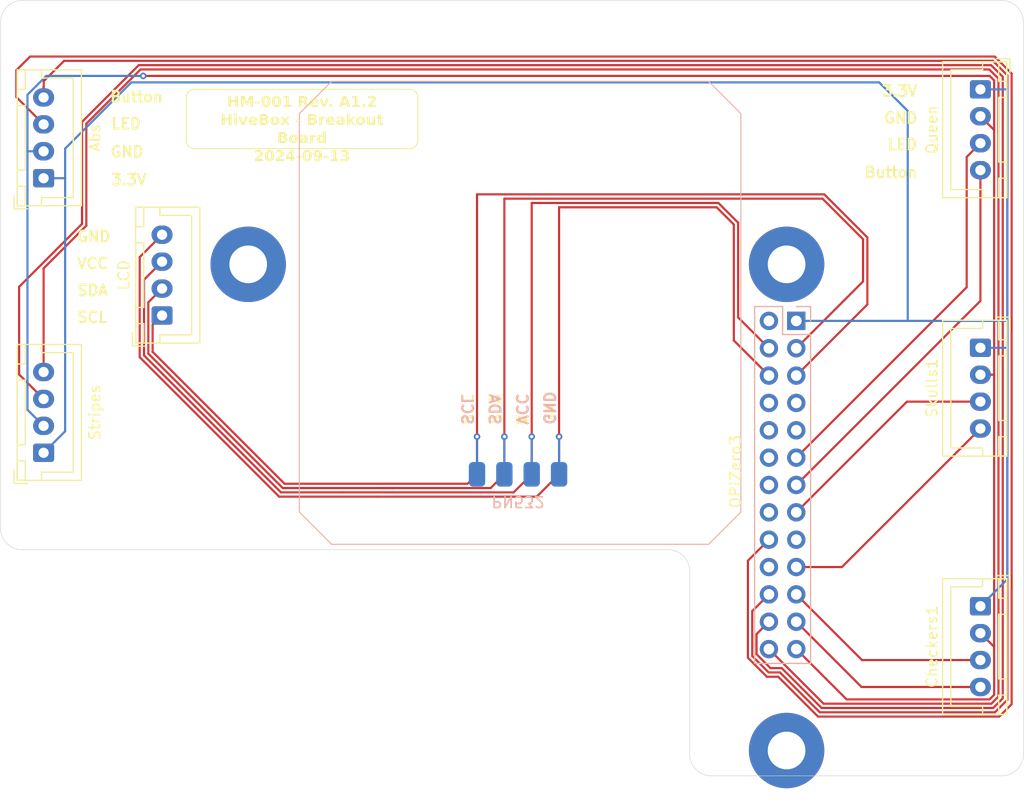
<source format=kicad_pcb>
(kicad_pcb (version 20240108) (generator "pcbnew") (generator_version "8.0")
  (layers (0 "F.Cu" signal) (31 "B.Cu" signal) (34 "B.Paste" user) (35 "F.Paste" user) (36 "B.SilkS" user "B.Silkscreen") (37 "F.SilkS" user "F.Silkscreen") (38 "B.Mask" user) (39 "F.Mask" user) (44 "Edge.Cuts" user))
  (net 0 "")
  (net 1 "Net-(Abs1-Pin_2)")
  (net 2 "Net-(Abs1-Pin_1)")
  (net 3 "Net-(Abs1-Pin_3)")
  (net 4 "Net-(Abs1-Pin_4)")
  (net 5 "Net-(Checkers1-Pin_4)")
  (net 6 "Net-(Checkers1-Pin_3)")
  (net 7 "Net-(LCD1-SDA)")
  (net 8 "Net-(LCD1-SCK)")
  (net 9 "Net-(LCD1-VCC)")
  (net 10 "Net-(LCD1-GND)")
  (net 12 "Net-(OPiZero3-Pin_24)")
  (net 16 "Net-(OPiZero3-PC6)")
  (net 17 "Net-(OPiZero3-Pin_19)")
  (net 20 "Net-(OPiZero3-Pin_26)")
  (net 21 "Net-(OPiZero3-PC8)")
  (net 23 "Net-(OPiZero3-PC5)")
  (footprint "Connector_JST:JST_XH_B4B-XH-A_1x04_P2.50mm_Vertical" (layer "F.Cu") (at 246.5 47.75 -90)
    (property "Reference" "Queen" (at 3.75 4.5 270) (layer "F.SilkS"))
    (property "Value" "Conn_01x04_Pin")
    (fp_line (start -2.56 3.51) (end 10.06 3.51) (stroke (width 0.12)) (layer "F.SilkS"))
    (fp_line (start 10.06 3.51) (end 10.06 -2.46) (stroke (width 0.12)) (layer "F.SilkS"))
    (fp_line (start -1.8 2.75) (end 3.75 2.75) (stroke (width 0.12)) (layer "F.SilkS"))
    (fp_line (start 9.3 2.75) (end 3.75 2.75) (stroke (width 0.12)) (layer "F.SilkS"))
    (fp_line (start -2.55 -0.2) (end -1.8 -0.2) (stroke (width 0.12)) (layer "F.SilkS"))
    (fp_line (start -1.8 -0.2) (end -1.8 2.75) (stroke (width 0.12)) (layer "F.SilkS"))
    (fp_line (start 9.3 -0.2) (end 9.3 2.75) (stroke (width 0.12)) (layer "F.SilkS"))
    (fp_line (start 10.05 -0.2) (end 9.3 -0.2) (stroke (width 0.12)) (layer "F.SilkS"))
    (fp_line (start -2.55 -1.7) (end -0.75 -1.7) (stroke (width 0.12)) (layer "F.SilkS"))
    (fp_line (start -0.75 -1.7) (end -0.75 -2.45) (stroke (width 0.12)) (layer "F.SilkS"))
    (fp_line (start 0.75 -1.7) (end 6.75 -1.7) (stroke (width 0.12)) (layer "F.SilkS"))
    (fp_line (start 6.75 -1.7) (end 6.75 -2.45) (stroke (width 0.12)) (layer "F.SilkS"))
    (fp_line (start 8.25 -1.7) (end 10.05 -1.7) (stroke (width 0.12)) (layer "F.SilkS"))
    (fp_line (start 10.05 -1.7) (end 10.05 -2.45) (stroke (width 0.12)) (layer "F.SilkS"))
    (fp_line (start -2.55 -2.45) (end -2.55 -1.7) (stroke (width 0.12)) (layer "F.SilkS"))
    (fp_line (start -0.75 -2.45) (end -2.55 -2.45) (stroke (width 0.12)) (layer "F.SilkS"))
    (fp_line (start 0.75 -2.45) (end 0.75 -1.7) (stroke (width 0.12)) (layer "F.SilkS"))
    (fp_line (start 6.75 -2.45) (end 0.75 -2.45) (stroke (width 0.12)) (layer "F.SilkS"))
    (fp_line (start 8.25 -2.45) (end 8.25 -1.7) (stroke (width 0.12)) (layer "F.SilkS"))
    (fp_line (start 10.05 -2.45) (end 8.25 -2.45) (stroke (width 0.12)) (layer "F.SilkS"))
    (fp_line (start -2.56 -2.46) (end -2.56 3.51) (stroke (width 0.12)) (layer "F.SilkS"))
    (fp_line (start 10.06 -2.46) (end -2.56 -2.46) (stroke (width 0.12)) (layer "F.SilkS"))
    (fp_line (start -2.85 -2.75) (end -2.85 -1.5) (stroke (width 0.12)) (layer "F.SilkS"))
    (fp_line (start -1.6 -2.75) (end -2.85 -2.75) (stroke (width 0.12)) (layer "F.SilkS"))
    (pad "1" thru_hole roundrect (at 0 0 270) (size 1.7 1.95) (drill 0.95) (layers "*.Cu" "*.Mask") (roundrect_rratio 0.147059) (net 2 "Net-(Abs1-Pin_1)"))
    (pad "2" thru_hole oval (at 2.5 0 270) (size 1.7 1.95) (drill 0.95) (layers "*.Cu" "*.Mask") (net 1 "Net-(Abs1-Pin_2)"))
    (pad "3" thru_hole oval (at 5 0 270) (size 1.7 1.95) (drill 0.95) (layers "*.Cu" "*.Mask") (net 16 "Net-(OPiZero3-PC6)"))
    (pad "4" thru_hole oval (at 7.5 0 270) (size 1.7 1.95) (drill 0.95) (layers "*.Cu" "*.Mask") (net 23 "Net-(OPiZero3-PC5)"))
  )
  (footprint "Connector_JST:JST_XH_B4B-XH-A_1x04_P2.50mm_Vertical" (layer "F.Cu") (at 246.5 95.75 -90)
    (property "Reference" "Checkers1" (at 3.75 4.5 90) (layer "F.SilkS"))
    (property "Value" "Conn_01x04_Pin")
    (fp_line (start -2.56 3.51) (end 10.06 3.51) (stroke (width 0.12)) (layer "F.SilkS"))
    (fp_line (start 10.06 3.51) (end 10.06 -2.46) (stroke (width 0.12)) (layer "F.SilkS"))
    (fp_line (start -1.8 2.75) (end 3.75 2.75) (stroke (width 0.12)) (layer "F.SilkS"))
    (fp_line (start 9.3 2.75) (end 3.75 2.75) (stroke (width 0.12)) (layer "F.SilkS"))
    (fp_line (start -2.55 -0.2) (end -1.8 -0.2) (stroke (width 0.12)) (layer "F.SilkS"))
    (fp_line (start -1.8 -0.2) (end -1.8 2.75) (stroke (width 0.12)) (layer "F.SilkS"))
    (fp_line (start 9.3 -0.2) (end 9.3 2.75) (stroke (width 0.12)) (layer "F.SilkS"))
    (fp_line (start 10.05 -0.2) (end 9.3 -0.2) (stroke (width 0.12)) (layer "F.SilkS"))
    (fp_line (start -2.55 -1.7) (end -0.75 -1.7) (stroke (width 0.12)) (layer "F.SilkS"))
    (fp_line (start -0.75 -1.7) (end -0.75 -2.45) (stroke (width 0.12)) (layer "F.SilkS"))
    (fp_line (start 0.75 -1.7) (end 6.75 -1.7) (stroke (width 0.12)) (layer "F.SilkS"))
    (fp_line (start 6.75 -1.7) (end 6.75 -2.45) (stroke (width 0.12)) (layer "F.SilkS"))
    (fp_line (start 8.25 -1.7) (end 10.05 -1.7) (stroke (width 0.12)) (layer "F.SilkS"))
    (fp_line (start 10.05 -1.7) (end 10.05 -2.45) (stroke (width 0.12)) (layer "F.SilkS"))
    (fp_line (start -2.55 -2.45) (end -2.55 -1.7) (stroke (width 0.12)) (layer "F.SilkS"))
    (fp_line (start -0.75 -2.45) (end -2.55 -2.45) (stroke (width 0.12)) (layer "F.SilkS"))
    (fp_line (start 0.75 -2.45) (end 0.75 -1.7) (stroke (width 0.12)) (layer "F.SilkS"))
    (fp_line (start 6.75 -2.45) (end 0.75 -2.45) (stroke (width 0.12)) (layer "F.SilkS"))
    (fp_line (start 8.25 -2.45) (end 8.25 -1.7) (stroke (width 0.12)) (layer "F.SilkS"))
    (fp_line (start 10.05 -2.45) (end 8.25 -2.45) (stroke (width 0.12)) (layer "F.SilkS"))
    (fp_line (start -2.56 -2.46) (end -2.56 3.51) (stroke (width 0.12)) (layer "F.SilkS"))
    (fp_line (start 10.06 -2.46) (end -2.56 -2.46) (stroke (width 0.12)) (layer "F.SilkS"))
    (fp_line (start -2.85 -2.75) (end -2.85 -1.5) (stroke (width 0.12)) (layer "F.SilkS"))
    (fp_line (start -1.6 -2.75) (end -2.85 -2.75) (stroke (width 0.12)) (layer "F.SilkS"))
    (pad "1" thru_hole roundrect (at 0 0 270) (size 1.7 1.95) (drill 0.95) (layers "*.Cu" "*.Mask") (roundrect_rratio 0.147059) (net 2 "Net-(Abs1-Pin_1)"))
    (pad "2" thru_hole oval (at 2.5 0 270) (size 1.7 1.95) (drill 0.95) (layers "*.Cu" "*.Mask") (net 1 "Net-(Abs1-Pin_2)"))
    (pad "3" thru_hole oval (at 5 0 270) (size 1.7 1.95) (drill 0.95) (layers "*.Cu" "*.Mask"))
    (pad "4" thru_hole oval (at 7.5 0 270) (size 1.7 1.95) (drill 0.95) (layers "*.Cu" "*.Mask"))
  )
  (footprint "MountingHole:MountingHole_3.5mm_Pad" (layer "F.Cu") (at 228.5 64)
    (property "Reference" "REF**" (hide yes))
    (property "Value" "MountingHole_3.5mm_Pad")
    (pad "1" thru_hole circle (at 0 0) (size 7 7) (drill 3.5) (layers "*.Cu" "*.Mask"))
  )
  (footprint "Connector_JST:JST_XH_B4B-XH-A_1x04_P2.50mm_Vertical" (layer "F.Cu") (at 159.5 56 90)
    (property "Reference" "Abs" (at 3.75 4.75 270) (layer "F.SilkS"))
    (property "Value" "Conn_01x04_Pin")
    (fp_line (start -1.6 -2.75) (end -2.85 -2.75) (stroke (width 0.12)) (layer "F.SilkS"))
    (fp_line (start -2.85 -2.75) (end -2.85 -1.5) (stroke (width 0.12)) (layer "F.SilkS"))
    (fp_line (start 10.06 -2.46) (end -2.56 -2.46) (stroke (width 0.12)) (layer "F.SilkS"))
    (fp_line (start -2.56 -2.46) (end -2.56 3.51) (stroke (width 0.12)) (layer "F.SilkS"))
    (fp_line (start 10.05 -2.45) (end 8.25 -2.45) (stroke (width 0.12)) (layer "F.SilkS"))
    (fp_line (start 8.25 -2.45) (end 8.25 -1.7) (stroke (width 0.12)) (layer "F.SilkS"))
    (fp_line (start 6.75 -2.45) (end 0.75 -2.45) (stroke (width 0.12)) (layer "F.SilkS"))
    (fp_line (start 0.75 -2.45) (end 0.75 -1.7) (stroke (width 0.12)) (layer "F.SilkS"))
    (fp_line (start -0.75 -2.45) (end -2.55 -2.45) (stroke (width 0.12)) (layer "F.SilkS"))
    (fp_line (start -2.55 -2.45) (end -2.55 -1.7) (stroke (width 0.12)) (layer "F.SilkS"))
    (fp_line (start 10.05 -1.7) (end 10.05 -2.45) (stroke (width 0.12)) (layer "F.SilkS"))
    (fp_line (start 8.25 -1.7) (end 10.05 -1.7) (stroke (width 0.12)) (layer "F.SilkS"))
    (fp_line (start 6.75 -1.7) (end 6.75 -2.45) (stroke (width 0.12)) (layer "F.SilkS"))
    (fp_line (start 0.75 -1.7) (end 6.75 -1.7) (stroke (width 0.12)) (layer "F.SilkS"))
    (fp_line (start -0.75 -1.7) (end -0.75 -2.45) (stroke (width 0.12)) (layer "F.SilkS"))
    (fp_line (start -2.55 -1.7) (end -0.75 -1.7) (stroke (width 0.12)) (layer "F.SilkS"))
    (fp_line (start 10.05 -0.2) (end 9.3 -0.2) (stroke (width 0.12)) (layer "F.SilkS"))
    (fp_line (start 9.3 -0.2) (end 9.3 2.75) (stroke (width 0.12)) (layer "F.SilkS"))
    (fp_line (start -1.8 -0.2) (end -1.8 2.75) (stroke (width 0.12)) (layer "F.SilkS"))
    (fp_line (start -2.55 -0.2) (end -1.8 -0.2) (stroke (width 0.12)) (layer "F.SilkS"))
    (fp_line (start 9.3 2.75) (end 3.75 2.75) (stroke (width 0.12)) (layer "F.SilkS"))
    (fp_line (start -1.8 2.75) (end 3.75 2.75) (stroke (width 0.12)) (layer "F.SilkS"))
    (fp_line (start 10.06 3.51) (end 10.06 -2.46) (stroke (width 0.12)) (layer "F.SilkS"))
    (fp_line (start -2.56 3.51) (end 10.06 3.51) (stroke (width 0.12)) (layer "F.SilkS"))
    (pad "1" thru_hole roundrect (at 0 0 90) (size 1.7 1.95) (drill 0.95) (layers "*.Cu" "*.Mask") (roundrect_rratio 0.147059))
    (pad "2" thru_hole oval (at 2.5 0 90) (size 1.7 1.95) (drill 0.95) (layers "*.Cu" "*.Mask"))
    (pad "3" thru_hole oval (at 5 0 90) (size 1.7 1.95) (drill 0.95) (layers "*.Cu" "*.Mask"))
    (pad "4" thru_hole oval (at 7.5 0 90) (size 1.7 1.95) (drill 0.95) (layers "*.Cu" "*.Mask"))
  )
  (footprint "Connector_JST:JST_XH_B4B-XH-A_1x04_P2.50mm_Vertical" (layer "F.Cu") (at 246.5 71.75 -90)
    (property "Reference" "Skulls1" (at 3.75 4.5 -90) (layer "F.SilkS"))
    (property "Value" "Conn_01x04_Pin")
    (fp_line (start -2.56 3.51) (end 10.06 3.51) (stroke (width 0.12)) (layer "F.SilkS"))
    (fp_line (start 10.06 3.51) (end 10.06 -2.46) (stroke (width 0.12)) (layer "F.SilkS"))
    (fp_line (start -1.8 2.75) (end 3.75 2.75) (stroke (width 0.12)) (layer "F.SilkS"))
    (fp_line (start 9.3 2.75) (end 3.75 2.75) (stroke (width 0.12)) (layer "F.SilkS"))
    (fp_line (start -2.55 -0.2) (end -1.8 -0.2) (stroke (width 0.12)) (layer "F.SilkS"))
    (fp_line (start -1.8 -0.2) (end -1.8 2.75) (stroke (width 0.12)) (layer "F.SilkS"))
    (fp_line (start 9.3 -0.2) (end 9.3 2.75) (stroke (width 0.12)) (layer "F.SilkS"))
    (fp_line (start 10.05 -0.2) (end 9.3 -0.2) (stroke (width 0.12)) (layer "F.SilkS"))
    (fp_line (start -2.55 -1.7) (end -0.75 -1.7) (stroke (width 0.12)) (layer "F.SilkS"))
    (fp_line (start -0.75 -1.7) (end -0.75 -2.45) (stroke (width 0.12)) (layer "F.SilkS"))
    (fp_line (start 0.75 -1.7) (end 6.75 -1.7) (stroke (width 0.12)) (layer "F.SilkS"))
    (fp_line (start 6.75 -1.7) (end 6.75 -2.45) (stroke (width 0.12)) (layer "F.SilkS"))
    (fp_line (start 8.25 -1.7) (end 10.05 -1.7) (stroke (width 0.12)) (layer "F.SilkS"))
    (fp_line (start 10.05 -1.7) (end 10.05 -2.45) (stroke (width 0.12)) (layer "F.SilkS"))
    (fp_line (start -2.55 -2.45) (end -2.55 -1.7) (stroke (width 0.12)) (layer "F.SilkS"))
    (fp_line (start -0.75 -2.45) (end -2.55 -2.45) (stroke (width 0.12)) (layer "F.SilkS"))
    (fp_line (start 0.75 -2.45) (end 0.75 -1.7) (stroke (width 0.12)) (layer "F.SilkS"))
    (fp_line (start 6.75 -2.45) (end 0.75 -2.45) (stroke (width 0.12)) (layer "F.SilkS"))
    (fp_line (start 8.25 -2.45) (end 8.25 -1.7) (stroke (width 0.12)) (layer "F.SilkS"))
    (fp_line (start 10.05 -2.45) (end 8.25 -2.45) (stroke (width 0.12)) (layer "F.SilkS"))
    (fp_line (start -2.56 -2.46) (end -2.56 3.51) (stroke (width 0.12)) (layer "F.SilkS"))
    (fp_line (start 10.06 -2.46) (end -2.56 -2.46) (stroke (width 0.12)) (layer "F.SilkS"))
    (fp_line (start -2.85 -2.75) (end -2.85 -1.5) (stroke (width 0.12)) (layer "F.SilkS"))
    (fp_line (start -1.6 -2.75) (end -2.85 -2.75) (stroke (width 0.12)) (layer "F.SilkS"))
    (pad "1" thru_hole roundrect (at 0 0 270) (size 1.7 1.95) (drill 0.95) (layers "*.Cu" "*.Mask") (roundrect_rratio 0.147059) (net 2 "Net-(Abs1-Pin_1)"))
    (pad "2" thru_hole oval (at 2.5 0 270) (size 1.7 1.95) (drill 0.95) (layers "*.Cu" "*.Mask") (net 1 "Net-(Abs1-Pin_2)"))
    (pad "3" thru_hole oval (at 5 0 270) (size 1.7 1.95) (drill 0.95) (layers "*.Cu" "*.Mask") (net 21 "Net-(OPiZero3-PC8)"))
    (pad "4" thru_hole oval (at 7.5 0 270) (size 1.7 1.95) (drill 0.95) (layers "*.Cu" "*.Mask") (net 17 "Net-(OPiZero3-Pin_19)"))
  )
  (footprint "MountingHole:MountingHole_3.5mm_Pad" (layer "F.Cu") (at 228.5 109.15)
    (property "Reference" "REF**" (hide yes))
    (property "Value" "MountingHole_3.5mm_Pad")
    (pad "1" thru_hole circle (at 0 0) (size 7 7) (drill 3.5) (layers "*.Cu" "*.Mask"))
  )
  (footprint "Connector_JST:JST_XH_B4B-XH-A_1x04_P2.50mm_Vertical" (layer "F.Cu") (at 170.5 68.75 90)
    (property "Reference" "LCD" (at 3.75 -3.55 90) (layer "F.SilkS"))
    (property "Value" "Conn_01x04_Pin")
    (fp_line (start -1.6 -2.75) (end -2.85 -2.75) (stroke (width 0.12)) (layer "F.SilkS"))
    (fp_line (start -2.85 -2.75) (end -2.85 -1.5) (stroke (width 0.12)) (layer "F.SilkS"))
    (fp_line (start 10.06 -2.46) (end -2.56 -2.46) (stroke (width 0.12)) (layer "F.SilkS"))
    (fp_line (start -2.56 -2.46) (end -2.56 3.51) (stroke (width 0.12)) (layer "F.SilkS"))
    (fp_line (start 10.05 -2.45) (end 8.25 -2.45) (stroke (width 0.12)) (layer "F.SilkS"))
    (fp_line (start 8.25 -2.45) (end 8.25 -1.7) (stroke (width 0.12)) (layer "F.SilkS"))
    (fp_line (start 6.75 -2.45) (end 0.75 -2.45) (stroke (width 0.12)) (layer "F.SilkS"))
    (fp_line (start 0.75 -2.45) (end 0.75 -1.7) (stroke (width 0.12)) (layer "F.SilkS"))
    (fp_line (start -0.75 -2.45) (end -2.55 -2.45) (stroke (width 0.12)) (layer "F.SilkS"))
    (fp_line (start -2.55 -2.45) (end -2.55 -1.7) (stroke (width 0.12)) (layer "F.SilkS"))
    (fp_line (start 10.05 -1.7) (end 10.05 -2.45) (stroke (width 0.12)) (layer "F.SilkS"))
    (fp_line (start 8.25 -1.7) (end 10.05 -1.7) (stroke (width 0.12)) (layer "F.SilkS"))
    (fp_line (start 6.75 -1.7) (end 6.75 -2.45) (stroke (width 0.12)) (layer "F.SilkS"))
    (fp_line (start 0.75 -1.7) (end 6.75 -1.7) (stroke (width 0.12)) (layer "F.SilkS"))
    (fp_line (start -0.75 -1.7) (end -0.75 -2.45) (stroke (width 0.12)) (layer "F.SilkS"))
    (fp_line (start -2.55 -1.7) (end -0.75 -1.7) (stroke (width 0.12)) (layer "F.SilkS"))
    (fp_line (start 10.05 -0.2) (end 9.3 -0.2) (stroke (width 0.12)) (layer "F.SilkS"))
    (fp_line (start 9.3 -0.2) (end 9.3 2.75) (stroke (width 0.12)) (layer "F.SilkS"))
    (fp_line (start -1.8 -0.2) (end -1.8 2.75) (stroke (width 0.12)) (layer "F.SilkS"))
    (fp_line (start -2.55 -0.2) (end -1.8 -0.2) (stroke (width 0.12)) (layer "F.SilkS"))
    (fp_line (start 9.3 2.75) (end 3.75 2.75) (stroke (width 0.12)) (layer "F.SilkS"))
    (fp_line (start -1.8 2.75) (end 3.75 2.75) (stroke (width 0.12)) (layer "F.SilkS"))
    (fp_line (start 10.06 3.51) (end 10.06 -2.46) (stroke (width 0.12)) (layer "F.SilkS"))
    (fp_line (start -2.56 3.51) (end 10.06 3.51) (stroke (width 0.12)) (layer "F.SilkS"))
    (pad "1" thru_hole roundrect (at 0 0 90) (size 1.7 1.95) (drill 0.95) (layers "*.Cu" "*.Mask") (roundrect_rratio 0.147059) (net 8 "Net-(LCD1-SCK)"))
    (pad "2" thru_hole oval (at 2.5 0 90) (size 1.7 1.95) (drill 0.95) (layers "*.Cu" "*.Mask") (net 7 "Net-(LCD1-SDA)"))
    (pad "3" thru_hole oval (at 5 0 90) (size 1.7 1.95) (drill 0.95) (layers "*.Cu" "*.Mask") (net 9 "Net-(LCD1-VCC)"))
    (pad "4" thru_hole oval (at 7.5 0 90) (size 1.7 1.95) (drill 0.95) (layers "*.Cu" "*.Mask") (net 10 "Net-(LCD1-GND)"))
  )
  (footprint "MountingHole:MountingHole_3.5mm_Pad" (layer "F.Cu") (at 178.5 64)
    (property "Reference" "REF**" (hide yes))
    (property "Value" "MountingHole_3.5mm_Pad")
    (pad "1" thru_hole circle (at 0 0) (size 7 7) (drill 3.5) (layers "*.Cu" "*.Mask"))
  )
  (footprint "Connector_JST:JST_XH_B4B-XH-A_1x04_P2.50mm_Vertical" (layer "F.Cu") (at 159.5 81.5 90)
    (property "Reference" "Stripes" (at 3.75 4.75 270) (layer "F.SilkS"))
    (property "Value" "Conn_01x04_Pin")
    (fp_line (start -1.6 -2.75) (end -2.85 -2.75) (stroke (width 0.12)) (layer "F.SilkS"))
    (fp_line (start -2.85 -2.75) (end -2.85 -1.5) (stroke (width 0.12)) (layer "F.SilkS"))
    (fp_line (start 10.06 -2.46) (end -2.56 -2.46) (stroke (width 0.12)) (layer "F.SilkS"))
    (fp_line (start -2.56 -2.46) (end -2.56 3.51) (stroke (width 0.12)) (layer "F.SilkS"))
    (fp_line (start 10.05 -2.45) (end 8.25 -2.45) (stroke (width 0.12)) (layer "F.SilkS"))
    (fp_line (start 8.25 -2.45) (end 8.25 -1.7) (stroke (width 0.12)) (layer "F.SilkS"))
    (fp_line (start 6.75 -2.45) (end 0.75 -2.45) (stroke (width 0.12)) (layer "F.SilkS"))
    (fp_line (start 0.75 -2.45) (end 0.75 -1.7) (stroke (width 0.12)) (layer "F.SilkS"))
    (fp_line (start -0.75 -2.45) (end -2.55 -2.45) (stroke (width 0.12)) (layer "F.SilkS"))
    (fp_line (start -2.55 -2.45) (end -2.55 -1.7) (stroke (width 0.12)) (layer "F.SilkS"))
    (fp_line (start 10.05 -1.7) (end 10.05 -2.45) (stroke (width 0.12)) (layer "F.SilkS"))
    (fp_line (start 8.25 -1.7) (end 10.05 -1.7) (stroke (width 0.12)) (layer "F.SilkS"))
    (fp_line (start 6.75 -1.7) (end 6.75 -2.45) (stroke (width 0.12)) (layer "F.SilkS"))
    (fp_line (start 0.75 -1.7) (end 6.75 -1.7) (stroke (width 0.12)) (layer "F.SilkS"))
    (fp_line (start -0.75 -1.7) (end -0.75 -2.45) (stroke (width 0.12)) (layer "F.SilkS"))
    (fp_line (start -2.55 -1.7) (end -0.75 -1.7) (stroke (width 0.12)) (layer "F.SilkS"))
    (fp_line (start 10.05 -0.2) (end 9.3 -0.2) (stroke (width 0.12)) (layer "F.SilkS"))
    (fp_line (start 9.3 -0.2) (end 9.3 2.75) (stroke (width 0.12)) (layer "F.SilkS"))
    (fp_line (start -1.8 -0.2) (end -1.8 2.75) (stroke (width 0.12)) (layer "F.SilkS"))
    (fp_line (start -2.55 -0.2) (end -1.8 -0.2) (stroke (width 0.12)) (layer "F.SilkS"))
    (fp_line (start 9.3 2.75) (end 3.75 2.75) (stroke (width 0.12)) (layer "F.SilkS"))
    (fp_line (start -1.8 2.75) (end 3.75 2.75) (stroke (width 0.12)) (layer "F.SilkS"))
    (fp_line (start 10.06 3.51) (end 10.06 -2.46) (stroke (width 0.12)) (layer "F.SilkS"))
    (fp_line (start -2.56 3.51) (end 10.06 3.51) (stroke (width 0.12)) (layer "F.SilkS"))
    (pad "1" thru_hole roundrect (at 0 0 90) (size 1.7 1.95) (drill 0.95) (layers "*.Cu" "*.Mask") (roundrect_rratio 0.147059) (net 2 "Net-(Abs1-Pin_1)"))
    (pad "2" thru_hole oval (at 2.5 0 90) (size 1.7 1.95) (drill 0.95) (layers "*.Cu" "*.Mask") (net 1 "Net-(Abs1-Pin_2)"))
    (pad "3" thru_hole oval (at 5 0 90) (size 1.7 1.95) (drill 0.95) (layers "*.Cu" "*.Mask") (net 12 "Net-(OPiZero3-Pin_24)"))
    (pad "4" thru_hole oval (at 7.5 0 90) (size 1.7 1.95) (drill 0.95) (layers "*.Cu" "*.Mask") (net 20 "Net-(OPiZero3-Pin_26)"))
  )
  (footprint "Library:Solder Pads 01x04 2.54mm" (layer "B.Cu") (at 199.75 83.5)
    (property "Reference" "PN532" (at 3.81 2.54 180) (layer "B.SilkS") (effects (justify mirror)))
    (property "Value" "Conn_01x04_Pin")
    (pad "1" smd roundrect (at 0 0 90) (size 2.286 1.524) (layers "B.Cu" "B.Paste" "B.Mask") (net 8 "Net-(LCD1-SCK)"))
    (pad "2" smd roundrect (at 2.54 0 90) (size 2.286 1.524) (layers "B.Cu" "B.Paste" "B.Mask") (net 7 "Net-(LCD1-SDA)"))
    (pad "3" smd roundrect (at 5.08 0 90) (size 2.286 1.524) (layers "B.Cu" "B.Paste" "B.Mask") (net 9 "Net-(LCD1-VCC)"))
    (pad "4" smd roundrect (at 7.62 0 90) (size 2.286 1.524) (layers "B.Cu" "B.Paste" "B.Mask") (net 10 "Net-(LCD1-GND)"))
  )
  (footprint "Connector_PinHeader_2.54mm:PinHeader_2x13_P2.54mm_Vertical" (layer "B.Cu") (at 229.4 69.25 180)
    (property "Reference" "OPiZero3" (at 5.65 -14 90) (layer "F.SilkS"))
    (property "Value" "Conn_02x13_Odd_Even")
    (fp_line (start 3.87 1.33) (end 1.27 1.33) (stroke (width 0.12)) (layer "B.SilkS"))
    (fp_line (start 3.87 -31.81) (end 3.87 1.33) (stroke (width 0.12)) (layer "B.SilkS"))
    (fp_line (start 3.87 -31.81) (end -1.33 -31.81) (stroke (width 0.12)) (layer "B.SilkS"))
    (fp_line (start 1.27 1.33) (end 1.27 -1.27) (stroke (width 0.12)) (layer "B.SilkS"))
    (fp_line (start 1.27 -1.27) (end -1.33 -1.27) (stroke (width 0.12)) (layer "B.SilkS"))
    (fp_line (start 0 1.33) (end -1.33 1.33) (stroke (width 0.12)) (layer "B.SilkS"))
    (fp_line (start -1.33 1.33) (end -1.33 0) (stroke (width 0.12)) (layer "B.SilkS"))
    (fp_line (start -1.33 -31.81) (end -1.33 -1.27) (stroke (width 0.12)) (layer "B.SilkS"))
    (pad "1" thru_hole rect (at 0 0 180) (size 1.7 1.7) (drill 1) (layers "*.Cu" "*.Mask") (net 2 "Net-(Abs1-Pin_1)"))
    (pad "2" thru_hole oval (at 2.54 0 180) (size 1.7 1.7) (drill 1) (layers "*.Cu" "*.Mask"))
    (pad "3" thru_hole oval (at 0 -2.54 180) (size 1.7 1.7) (drill 1) (layers "*.Cu" "*.Mask") (net 7 "Net-(LCD1-SDA)"))
    (pad "4" thru_hole oval (at 2.54 -2.54 180) (size 1.7 1.7) (drill 1) (layers "*.Cu" "*.Mask") (net 9 "Net-(LCD1-VCC)"))
    (pad "5" thru_hole oval (at 0 -5.08 180) (size 1.7 1.7) (drill 1) (layers "*.Cu" "*.Mask") (net 8 "Net-(LCD1-SCK)"))
    (pad "6" thru_hole oval (at 2.54 -5.08 180) (size 1.7 1.7) (drill 1) (layers "*.Cu" "*.Mask") (net 10 "Net-(LCD1-GND)"))
    (pad "7" thru_hole oval (at 0 -7.62 180) (size 1.7 1.7) (drill 1) (layers "*.Cu" "*.Mask"))
    (pad "8" thru_hole oval (at 2.54 -7.62 180) (size 1.7 1.7) (drill 1) (layers "*.Cu" "*.Mask"))
    (pad "9" thru_hole oval (at 0 -10.16 180) (size 1.7 1.7) (drill 1) (layers "*.Cu" "*.Mask"))
    (pad "10" thru_hole oval (at 2.54 -10.16 180) (size 1.7 1.7) (drill 1) (layers "*.Cu" "*.Mask"))
    (pad "11" thru_hole oval (at 0 -12.7 180) (size 1.7 1.7) (drill 1) (layers "*.Cu" "*.Mask") (net 16 "Net-(OPiZero3-PC6)"))
    (pad "12" thru_hole oval (at 2.54 -12.7 180) (size 1.7 1.7) (drill 1) (layers "*.Cu" "*.Mask"))
    (pad "13" thru_hole oval (at 0 -15.24 180) (size 1.7 1.7) (drill 1) (layers "*.Cu" "*.Mask") (net 23 "Net-(OPiZero3-PC5)"))
    (pad "14" thru_hole oval (at 2.54 -15.24 180) (size 1.7 1.7) (drill 1) (layers "*.Cu" "*.Mask"))
    (pad "15" thru_hole oval (at 0 -17.78 180) (size 1.7 1.7) (drill 1) (layers "*.Cu" "*.Mask") (net 21 "Net-(OPiZero3-PC8)"))
    (pad "16" thru_hole oval (at 2.54 -17.78 180) (size 1.7 1.7) (drill 1) (layers "*.Cu" "*.Mask"))
    (pad "17" thru_hole oval (at 0 -20.32 180) (size 1.7 1.7) (drill 1) (layers "*.Cu" "*.Mask"))
    (pad "18" thru_hole oval (at 2.54 -20.32 180) (size 1.7 1.7) (drill 1) (layers "*.Cu" "*.Mask") (net 3 "Net-(Abs1-Pin_3)"))
    (pad "19" thru_hole oval (at 0 -22.86 180) (size 1.7 1.7) (drill 1) (layers "*.Cu" "*.Mask") (net 17 "Net-(OPiZero3-Pin_19)"))
    (pad "20" thru_hole oval (at 2.54 -22.86 180) (size 1.7 1.7) (drill 1) (layers "*.Cu" "*.Mask"))
    (pad "21" thru_hole oval (at 0 -25.4 180) (size 1.7 1.7) (drill 1) (layers "*.Cu" "*.Mask") (net 6 "Net-(Checkers1-Pin_3)"))
    (pad "22" thru_hole oval (at 2.54 -25.4 180) (size 1.7 1.7) (drill 1) (layers "*.Cu" "*.Mask") (net 4 "Net-(Abs1-Pin_4)"))
    (pad "23" thru_hole oval (at 0 -27.94 180) (size 1.7 1.7) (drill 1) (layers "*.Cu" "*.Mask") (net 5 "Net-(Checkers1-Pin_4)"))
    (pad "24" thru_hole oval (at 2.54 -27.94 180) (size 1.7 1.7) (drill 1) (layers "*.Cu" "*.Mask") (net 12 "Net-(OPiZero3-Pin_24)"))
    (pad "25" thru_hole oval (at 0 -30.48 180) (size 1.7 1.7) (drill 1) (layers "*.Cu" "*.Mask") (net 1 "Net-(Abs1-Pin_2)"))
    (pad "26" thru_hole oval (at 2.54 -30.48 180) (size 1.7 1.7) (drill 1) (layers "*.Cu" "*.Mask") (net 20 "Net-(OPiZero3-Pin_26)"))
  )
  (gr_line (start 221.25 90) (end 186.25 90) (stroke (width 0.1)) (layer "B.SilkS"))
  (gr_line (start 183.25 87) (end 183.25 50) (stroke (width 0.1)) (layer "B.SilkS"))
  (gr_line (start 183.25 50) (end 186.25 47) (stroke (width 0.1)) (layer "B.SilkS"))
  (gr_line (start 186.25 47) (end 221.25 47) (stroke (width 0.1)) (layer "B.SilkS"))
  (gr_line (start 221.25 47) (end 224.25 50) (stroke (width 0.1)) (layer "B.SilkS"))
  (gr_line (start 224.25 87) (end 221.25 90) (stroke (width 0.1)) (layer "B.SilkS"))
  (gr_line (start 224.25 50) (end 224.25 87) (stroke (width 0.1)) (layer "B.SilkS"))
  (gr_line (start 186.25 90) (end 183.25 87) (stroke (width 0.1)) (layer "B.SilkS"))
  (gr_arc (start 194.25 52.5) (mid 194.03033 53.03033) (end 193.5 53.25) (stroke (width 0.1)) (layer "F.SilkS"))
  (gr_line (start 172.75 48.5) (end 172.75 52.5) (stroke (width 0.1)) (layer "F.SilkS"))
  (gr_arc (start 193.5 47.75) (mid 194.03033 47.96967) (end 194.25 48.5) (stroke (width 0.1)) (layer "F.SilkS"))
  (gr_arc (start 172.75 48.5) (mid 172.96967 47.96967) (end 173.5 47.75) (stroke (width 0.1)) (layer "F.SilkS"))
  (gr_line (start 173.5 53.25) (end 193.5 53.25) (stroke (width 0.1)) (layer "F.SilkS"))
  (gr_arc (start 173.5 53.25) (mid 172.96967 53.03033) (end 172.75 52.5) (stroke (width 0.1)) (layer "F.SilkS"))
  (gr_line (start 193.5 47.75) (end 173.5 47.75) (stroke (width 0.1)) (layer "F.SilkS"))
  (gr_line (start 194.25 52.5) (end 194.25 48.5) (stroke (width 0.1)) (layer "F.SilkS"))
  (gr_line (start 248.5 111.5) (end 221.5 111.5) (stroke (width 0.05)) (layer "Edge.Cuts"))
  (gr_arc (start 155.5 41.5) (mid 156.085786 40.085786) (end 157.5 39.5) (stroke (width 0.05)) (layer "Edge.Cuts"))
  (gr_line (start 157.5 39.5) (end 248.5 39.5) (stroke (width 0.05)) (layer "Edge.Cuts"))
  (gr_line (start 217.5 90.5) (end 157.5 90.5) (stroke (width 0.05)) (layer "Edge.Cuts"))
  (gr_line (start 155.5 88.5) (end 155.5 41.5) (stroke (width 0.05)) (layer "Edge.Cuts"))
  (gr_line (start 219.5 109.5) (end 219.5 92.5) (stroke (width 0.05)) (layer "Edge.Cuts"))
  (gr_arc (start 157.5 90.5) (mid 156.085786 89.914214) (end 155.5 88.5) (stroke (width 0.05)) (layer "Edge.Cuts"))
  (gr_arc (start 250.5 109.5) (mid 249.914214 110.914214) (end 248.5 111.5) (stroke (width 0.05)) (layer "Edge.Cuts"))
  (gr_arc (start 221.5 111.5) (mid 220.085786 110.914214) (end 219.5 109.5) (stroke (width 0.05)) (layer "Edge.Cuts"))
  (gr_arc (start 217.5 90.5) (mid 218.914214 91.085786) (end 219.5 92.5) (stroke (width 0.05)) (layer "Edge.Cuts"))
  (gr_arc (start 248.5 39.5) (mid 249.914214 40.085786) (end 250.5 41.5) (stroke (width 0.05)) (layer "Edge.Cuts"))
  (gr_line (start 250.5 41.5) (end 250.5 109.5) (stroke (width 0.05)) (layer "Edge.Cuts"))
  (gr_text "VCC" (at 203.33 79 -90) (layer "B.SilkS") (effects (font (size 1 1) (thickness 0.2) (bold yes)) (justify left bottom mirror)))
  (gr_text "SCL" (at 198.25 79 270) (layer "B.SilkS") (effects (font (size 1 1) (thickness 0.2) (bold yes)) (justify left bottom mirror)))
  (gr_text "GND" (at 205.87 79 -90) (layer "B.SilkS") (effects (font (size 1 1) (thickness 0.2) (bold yes)) (justify left bottom mirror)))
  (gr_text "SDA" (at 200.79 79 -90) (layer "B.SilkS") (effects (font (size 1 1) (thickness 0.2) (bold yes)) (justify left bottom mirror)))
  (gr_text "VCC" (at 162.5 64.5 0) (layer "F.SilkS") (effects (font (size 1 1) (thickness 0.2) (bold yes)) (justify left bottom)))
  (gr_text "GND" (at 207.12 79 90) (layer "F.SilkS") (effects (font (size 1 1) (thickness 0.2) (bold yes)) (justify left bottom)))
  (gr_text "3.3V" (at 169.164 56.722 0) (layer "F.SilkS") (effects (font (size 1 1) (thickness 0.2) (bold yes)) (justify right bottom)))
  (gr_text "GND" (at 162.5 62 0) (layer "F.SilkS") (effects (font (size 1 1) (thickness 0.2) (bold yes)) (justify left bottom)))
  (gr_text "SCL" (at 199.5 79 90) (layer "F.SilkS") (effects (font (size 1 1) (thickness 0.2) (bold yes)) (justify left bottom)))
  (gr_text "3.3V" (at 240.75 48.5 0) (layer "F.SilkS") (effects (font (size 1 1) (thickness 0.2) (bold yes)) (justify right bottom)))
  (gr_text "VCC" (at 204.58 79 90) (layer "F.SilkS") (effects (font (size 1 1) (thickness 0.2) (bold yes)) (justify left bottom)))
  (gr_text "LED" (at 240.75 53.46 0) (layer "F.SilkS") (effects (font (size 1 1) (thickness 0.2) (bold yes)) (justify right bottom)))
  (gr_text "GND" (at 240.75 51 0) (layer "F.SilkS") (effects (font (size 1 1) (thickness 0.2) (bold yes)) (justify right bottom)))
  (gr_text "SDA" (at 202.04 79 90) (layer "F.SilkS") (effects (font (size 1 1) (thickness 0.2) (bold yes)) (justify left bottom)))
  (gr_text "Button" (at 240.75 56.04 0) (layer "F.SilkS") (effects (font (size 1 1) (thickness 0.2) (bold yes)) (justify right bottom)))
  (gr_text "SDA" (at 162.5 67 0) (layer "F.SilkS") (effects (font (size 1 1) (thickness 0.2) (bold yes)) (justify left bottom)))
  (gr_text "LED" (at 168.656 51.522 0) (layer "F.SilkS") (effects (font (size 1 1) (thickness 0.2) (bold yes)) (justify right bottom)))
  (gr_text "Button" (at 170.688 49.022 0) (layer "F.SilkS") (effects (font (size 1 1) (thickness 0.2) (bold yes)) (justify right bottom)))
  (gr_text "GND" (at 168.91 54.142 0) (layer "F.SilkS") (effects (font (size 1 1) (thickness 0.2) (bold yes)) (justify right bottom)))
  (gr_text "SCL" (at 162.5 69.5 0) (layer "F.SilkS") (effects (font (size 1 1) (thickness 0.2) (bold yes)) (justify left bottom)))
  (gr_text_box "HM-001 Rev. A1.2\nHiveBox - Breakout Board\n2024-09-13" (start 172.75 47.625) (end 194.25 53.375) (layer "F.SilkS") (effects (font (size 1 1) (thickness 0.1)) (justify top)) (border no))
  (segment (start 247.775 99.525) (end 247.775 74.25) (width 0.2) (layer "F.Cu") (net 1))
  (segment (start 247.775 51.525) (end 246.5 50.25) (width 0.2) (layer "F.Cu") (net 1))
  (segment (start 247.775 51.525) (end 247.775 46.915256) (width 0.2) (layer "F.Cu") (net 1))
  (segment (start 184.25 46.5) (end 168.75 46.5) (width 0.2) (layer "F.Cu") (net 1))
  (segment (start 247.775 46.915256) (end 247.359744 46.5) (width 0.2) (layer "F.Cu") (net 1))
  (segment (start 234.07 104.4) (end 247.35 104.4) (width 0.2) (layer "F.Cu") (net 1))
  (segment (start 229.4 99.73) (end 234.07 104.4) (width 0.2) (layer "F.Cu") (net 1))
  (segment (start 246.5 74.25) (end 247.775 74.25) (width 0.2) (layer "F.Cu") (net 1))
  (segment (start 247.775 103.975) (end 247.775 99.525) (width 0.2) (layer "F.Cu") (net 1))
  (segment (start 247.775 99.525) (end 246.5 98.25) (width 0.2) (layer "F.Cu") (net 1))
  (segment (start 247.359744 46.5) (end 246.5 46.5) (width 0.2) (layer "F.Cu") (net 1))
  (segment (start 247.35 104.4) (end 247.775 103.975) (width 0.2) (layer "F.Cu") (net 1))
  (segment (start 246.5 46.5) (end 184.5 46.5) (width 0.2) (layer "F.Cu") (net 1))
  (segment (start 247.775 74.25) (end 247.775 51.525) (width 0.2) (layer "F.Cu") (net 1))
  (segment (start 184.5 46.5) (end 184.25 46.5) (width 0.2) (layer "F.Cu") (net 1))
  (via (at 168.75 46.5) (size 0.6) (drill 0.3) (layers "F.Cu" "B.Cu") (net 1))
  (segment (start 159.748654 46.5) (end 158 48.248654) (width 0.2) (layer "B.Cu") (net 1))
  (segment (start 168.75 46.5) (end 159.748654 46.5) (width 0.2) (layer "B.Cu") (net 1))
  (segment (start 158 53.5) (end 158 77.5) (width 0.2) (layer "B.Cu") (net 1))
  (segment (start 159.5 53.5) (end 158 53.5) (width 0.2) (layer "B.Cu") (net 1))
  (segment (start 158 48.248654) (end 158 53.5) (width 0.2) (layer "B.Cu") (net 1))
  (segment (start 158 77.5) (end 159.5 79) (width 0.2) (layer "B.Cu") (net 1))
  (segment (start 161.5 79.5) (end 159.5 81.5) (width 0.2) (layer "B.Cu") (net 2))
  (segment (start 239.75 69.25) (end 249 69.25) (width 0.2) (layer "B.Cu") (net 2))
  (segment (start 249 47.75) (end 249 69.25) (width 0.2) (layer "B.Cu") (net 2))
  (segment (start 167.65 47.1) (end 161.5 53.25) (width 0.2) (layer "B.Cu") (net 2))
  (segment (start 161.5 53.25) (end 161.5 56) (width 0.2) (layer "B.Cu") (net 2))
  (segment (start 246.5 71.75) (end 249 71.75) (width 0.2) (layer "B.Cu") (net 2))
  (segment (start 249 71.75) (end 249 93.25) (width 0.2) (layer "B.Cu") (net 2))
  (segment (start 237.1 47.1) (end 167.65 47.1) (width 0.2) (layer "B.Cu") (net 2))
  (segment (start 249 69.25) (end 249 71.75) (width 0.2) (layer "B.Cu") (net 2))
  (segment (start 161.5 56) (end 161.5 79.5) (width 0.2) (layer "B.Cu") (net 2))
  (segment (start 246.5 47.75) (end 249 47.75) (width 0.2) (layer "B.Cu") (net 2))
  (segment (start 229.4 69.25) (end 239.75 69.25) (width 0.2) (layer "B.Cu") (net 2))
  (segment (start 239.75 69.25) (end 239.75 49.75) (width 0.2) (layer "B.Cu") (net 2))
  (segment (start 159.5 56) (end 161.5 56) (width 0.2) (layer "B.Cu") (net 2))
  (segment (start 239.75 49.75) (end 237.1 47.1) (width 0.2) (layer "B.Cu") (net 2))
  (segment (start 249 93.25) (end 246.5 95.75) (width 0.2) (layer "B.Cu") (net 2))
  (segment (start 224.91 100.537718) (end 226.670455 102.298173) (width 0.2) (layer "F.Cu") (net 3))
  (segment (start 227.716801 102.298173) (end 231.418628 106) (width 0.2) (layer "F.Cu") (net 3))
  (segment (start 156.972 48.472) (end 159.5 51) (width 0.2) (layer "F.Cu") (net 3))
  (segment (start 158.246 44.7) (end 156.972 45.974) (width 0.2) (layer "F.Cu") (net 3))
  (segment (start 226.670455 102.298173) (end 227.716801 102.298173) (width 0.2) (layer "F.Cu") (net 3))
  (segment (start 248.25 106) (end 249.4 104.85) (width 0.2) (layer "F.Cu") (net 3))
  (segment (start 226.86 89.57) (end 224.91 91.52) (width 0.2) (layer "F.Cu") (net 3))
  (segment (start 247.822487 44.7) (end 158.246 44.7) (width 0.2) (layer "F.Cu") (net 3))
  (segment (start 249.4 46.277513) (end 247.822487 44.7) (width 0.2) (layer "F.Cu") (net 3))
  (segment (start 224.91 91.52) (end 224.91 100.537718) (width 0.2) (layer "F.Cu") (net 3))
  (segment (start 156.972 45.974) (end 156.972 48.472) (width 0.2) (layer "F.Cu") (net 3))
  (segment (start 231.418628 106) (end 248.25 106) (width 0.2) (layer "F.Cu") (net 3))
  (segment (start 249.4 104.85) (end 249.4 46.277513) (width 0.2) (layer "F.Cu") (net 3))
  (segment (start 159.5 47.51) (end 159.5 48.5) (width 0.2) (layer "F.Cu") (net 4))
  (segment (start 226.836141 101.898173) (end 227.882487 101.898173) (width 0.2) (layer "F.Cu") (net 4))
  (segment (start 231.584314 105.6) (end 247.847058 105.6) (width 0.2) (layer "F.Cu") (net 4))
  (segment (start 225.31 96.2) (end 225.31 100.372032) (width 0.2) (layer "F.Cu") (net 4))
  (segment (start 159.512 47.498) (end 159.5 47.51) (width 0.2) (layer "F.Cu") (net 4))
  (segment (start 249 46.443199) (end 247.656801 45.1) (width 0.2) (layer "F.Cu") (net 4))
  (segment (start 161.402 45.1) (end 159.512 46.99) (width 0.2) (layer "F.Cu") (net 4))
  (segment (start 247.656801 45.1) (end 161.402 45.1) (width 0.2) (layer "F.Cu") (net 4))
  (segment (start 159.512 46.99) (end 159.512 47.498) (width 0.2) (layer "F.Cu") (net 4))
  (segment (start 225.31 100.372032) (end 226.836141 101.898173) (width 0.2) (layer "F.Cu") (net 4))
  (segment (start 226.86 94.65) (end 225.31 96.2) (width 0.2) (layer "F.Cu") (net 4))
  (segment (start 247.847058 105.6) (end 249 104.447058) (width 0.2) (layer "F.Cu") (net 4))
  (segment (start 227.882487 101.898173) (end 231.584314 105.6) (width 0.2) (layer "F.Cu") (net 4))
  (segment (start 249 104.447058) (end 249 46.443199) (width 0.2) (layer "F.Cu") (net 4))
  (segment (start 229.4 97.19) (end 235.46 103.25) (width 0.2) (layer "F.Cu") (net 5))
  (segment (start 235.46 103.25) (end 246.5 103.25) (width 0.2) (layer "F.Cu") (net 5))
  (segment (start 229.4 94.65) (end 235.5 100.75) (width 0.2) (layer "F.Cu") (net 6))
  (segment (start 235.5 100.75) (end 246.5 100.75) (width 0.2) (layer "F.Cu") (net 6))
  (segment (start 169.225 72.290686) (end 181.709314 84.775) (width 0.2) (layer "F.Cu") (net 7))
  (segment (start 169.225 67.525) (end 169.225 72.290686) (width 0.2) (layer "F.Cu") (net 7))
  (segment (start 201.015 84.775) (end 190.75 84.775) (width 0.2) (layer "F.Cu") (net 7))
  (segment (start 235.6 61.665686) (end 235.6 65.59) (width 0.2) (layer "F.Cu") (net 7))
  (segment (start 202.29 83.5) (end 201.015 84.775) (width 0.2) (layer "F.Cu") (net 7))
  (segment (start 231.834314 57.9) (end 235.6 61.665686) (width 0.2) (layer "F.Cu") (net 7))
  (segment (start 181.709314 84.775) (end 192 84.775) (width 0.2) (layer "F.Cu") (net 7))
  (segment (start 202.29 80) (end 202.29 57.9) (width 0.2) (layer "F.Cu") (net 7))
  (segment (start 202.29 83.5) (end 202.29 80) (width 0.2) (layer "F.Cu") (net 7))
  (segment (start 235.6 65.59) (end 229.4 71.79) (width 0.2) (layer "F.Cu") (net 7))
  (segment (start 170.5 66.25) (end 169.225 67.525) (width 0.2) (layer "F.Cu") (net 7))
  (segment (start 202.29 57.9) (end 231.834314 57.9) (width 0.2) (layer "F.Cu") (net 7))
  (via (at 202.29 80) (size 0.6) (drill 0.3) (layers "F.Cu" "B.Cu") (net 7))
  (segment (start 202.29 80) (end 202.29 83.5) (width 0.2) (layer "B.Cu") (net 7))
  (segment (start 202.25 80) (end 202.29 80.04) (width 0.2) (layer "B.Cu") (net 7))
  (segment (start 236 61.5) (end 236 67.73) (width 0.2) (layer "F.Cu") (net 8))
  (segment (start 199.75 57.5) (end 232 57.5) (width 0.2) (layer "F.Cu") (net 8))
  (segment (start 199.75 80) (end 199.75 57.5) (width 0.2) (layer "F.Cu") (net 8))
  (segment (start 198.875 84.375) (end 199.75 83.5) (width 0.2) (layer "F.Cu") (net 8))
  (segment (start 181.875 84.375) (end 198.875 84.375) (width 0.2) (layer "F.Cu") (net 8))
  (segment (start 232 57.5) (end 236 61.5) (width 0.2) (layer "F.Cu") (net 8))
  (segment (start 170.5 68.75) (end 169.625 69.625) (width 0.2) (layer "F.Cu") (net 8))
  (segment (start 236 67.73) (end 229.4 74.33) (width 0.2) (layer "F.Cu") (net 8))
  (segment (start 169.625 72.125) (end 181.875 84.375) (width 0.2) (layer "F.Cu") (net 8))
  (segment (start 169.625 69.625) (end 169.625 72.125) (width 0.2) (layer "F.Cu") (net 8))
  (segment (start 199.75 83.5) (end 199.75 80) (width 0.2) (layer "F.Cu") (net 8))
  (via (at 199.75 80) (size 0.6) (drill 0.3) (layers "F.Cu" "B.Cu") (net 8))
  (segment (start 199.75 80) (end 199.75 83.5) (width 0.2) (layer "B.Cu") (net 8))
  (segment (start 168.825 65.425) (end 168.825 72.456372) (width 0.2) (layer "F.Cu") (net 9))
  (segment (start 203.155 85.175) (end 204.83 83.5) (width 0.2) (layer "F.Cu") (net 9))
  (segment (start 204.83 83.5) (end 204.83 80) (width 0.2) (layer "F.Cu") (net 9))
  (segment (start 224 60.134314) (end 224 68.93) (width 0.2) (layer "F.Cu") (net 9))
  (segment (start 222.165686 58.3) (end 224 60.134314) (width 0.2) (layer "F.Cu") (net 9))
  (segment (start 224 68.93) (end 226.86 71.79) (width 0.2) (layer "F.Cu") (net 9))
  (segment (start 187.25 85.175) (end 203.155 85.175) (width 0.2) (layer "F.Cu") (net 9))
  (segment (start 204.83 80) (end 204.83 58.3) (width 0.2) (layer "F.Cu") (net 9))
  (segment (start 170.5 63.75) (end 168.825 65.425) (width 0.2) (layer "F.Cu") (net 9))
  (segment (start 181.543628 85.175) (end 187.25 85.175) (width 0.2) (layer "F.Cu") (net 9))
  (segment (start 168.825 72.456372) (end 181.543628 85.175) (width 0.2) (layer "F.Cu") (net 9))
  (segment (start 204.83 58.3) (end 222.165686 58.3) (width 0.2) (layer "F.Cu") (net 9))
  (via (at 204.83 80) (size 0.6) (drill 0.3) (layers "F.Cu" "B.Cu") (net 9))
  (segment (start 204.83 80) (end 204.83 83.5) (width 0.2) (layer "B.Cu") (net 9))
  (segment (start 205.295 85.575) (end 207.37 83.5) (width 0.2) (layer "F.Cu") (net 10))
  (segment (start 168.425 63.325) (end 168.425 72.622058) (width 0.2) (layer "F.Cu") (net 10))
  (segment (start 207.37 83.5) (end 207.37 80) (width 0.2) (layer "F.Cu") (net 10))
  (segment (start 223.6 60.3) (end 223.6 71.07) (width 0.2) (layer "F.Cu") (net 10))
  (segment (start 223.6 71.07) (end 226.86 74.33) (width 0.2) (layer "F.Cu") (net 10))
  (segment (start 168.425 72.622058) (end 181.377942 85.575) (width 0.2) (layer "F.Cu") (net 10))
  (segment (start 207.37 80) (end 207.37 58.7) (width 0.2) (layer "F.Cu") (net 10))
  (segment (start 207.37 58.7) (end 208 58.7) (width 0.2) (layer "F.Cu") (net 10))
  (segment (start 222 58.7) (end 223.6 60.3) (width 0.2) (layer "F.Cu") (net 10))
  (segment (start 208 58.7) (end 222 58.7) (width 0.2) (layer "F.Cu") (net 10))
  (segment (start 181.377942 85.575) (end 190.5 85.575) (width 0.2) (layer "F.Cu") (net 10))
  (segment (start 170.5 61.25) (end 168.425 63.325) (width 0.2) (layer "F.Cu") (net 10))
  (segment (start 190.5 85.575) (end 205.295 85.575) (width 0.2) (layer "F.Cu") (net 10))
  (via (at 207.37 80) (size 0.6) (drill 0.3) (layers "F.Cu" "B.Cu") (net 10))
  (segment (start 207.25 80) (end 207.3 80) (width 0.2) (layer "B.Cu") (net 10))
  (segment (start 207.37 80) (end 207.37 83.5) (width 0.2) (layer "B.Cu") (net 10))
  (segment (start 228.048173 101.498173) (end 231.75 105.2) (width 0.2) (layer "F.Cu") (net 12))
  (segment (start 247.491115 45.5) (end 168.335785 45.5) (width 0.2) (layer "F.Cu") (net 12))
  (segment (start 248.575 46.583885) (end 247.491115 45.5) (width 0.2) (layer "F.Cu") (net 12))
  (segment (start 226.86 97.19) (end 225.71 98.34) (width 0.2) (layer "F.Cu") (net 12))
  (segment (start 227.001827 101.498173) (end 228.048173 101.498173) (width 0.2) (layer "F.Cu") (net 12))
  (segment (start 226.86 97.19) (end 226.86 96.445786) (width 0.2) (layer "F.Cu") (net 12))
  (segment (start 159.5 76.5) (end 157.226 74.226) (width 0.2) (layer "F.Cu") (net 12))
  (segment (start 225.71 100.206346) (end 227.001827 101.498173) (width 0.2) (layer "F.Cu") (net 12))
  (segment (start 225.71 98.34) (end 225.71 100.206346) (width 0.2) (layer "F.Cu") (net 12))
  (segment (start 163.068 60.242256) (end 163.068 57.658) (width 0.2) (layer "F.Cu") (net 12))
  (segment (start 157.226 74.226) (end 157.226 66.084256) (width 0.2) (layer "F.Cu") (net 12))
  (segment (start 168.335785 45.5) (end 163.068 50.767785) (width 0.2) (layer "F.Cu") (net 12))
  (segment (start 231.75 105.2) (end 247.681372 105.2) (width 0.2) (layer "F.Cu") (net 12))
  (segment (start 163.068 50.767785) (end 163.068 57.658) (width 0.2) (layer "F.Cu") (net 12))
  (segment (start 247.681372 105.2) (end 248.575 104.306372) (width 0.2) (layer "F.Cu") (net 12))
  (segment (start 157.226 66.084256) (end 163.068 60.242256) (width 0.2) (layer "F.Cu") (net 12))
  (segment (start 248.575 104.306372) (end 248.575 46.583885) (width 0.2) (layer "F.Cu") (net 12))
  (segment (start 229.4 81.95) (end 244.675 66.675) (width 0.2) (layer "F.Cu") (net 16))
  (segment (start 244.675 66.675) (end 245.225 66.125) (width 0.2) (layer "F.Cu") (net 16))
  (segment (start 245.225 66.125) (end 245.225 54.025) (width 0.2) (layer "F.Cu") (net 16))
  (segment (start 245.225 54.025) (end 246.5 52.75) (width 0.2) (layer "F.Cu") (net 16))
  (segment (start 229.4 92.11) (end 233.64 92.11) (width 0.2) (layer "F.Cu") (net 17))
  (segment (start 233.64 92.11) (end 246.5 79.25) (width 0.2) (layer "F.Cu") (net 17))
  (segment (start 247.325429 45.9) (end 168.501471 45.9) (width 0.2) (layer "F.Cu") (net 20))
  (segment (start 163.468 50.933471) (end 163.468 60.407942) (width 0.2) (layer "F.Cu") (net 20))
  (segment (start 226.86 99.73) (end 231.93 104.8) (width 0.2) (layer "F.Cu") (net 20))
  (segment (start 248.175 46.749571) (end 247.325429 45.9) (width 0.2) (layer "F.Cu") (net 20))
  (segment (start 159.5 64.375942) (end 159.5 74) (width 0.2) (layer "F.Cu") (net 20))
  (segment (start 247.515686 104.8) (end 248.175 104.140686) (width 0.2) (layer "F.Cu") (net 20))
  (segment (start 231.93 104.8) (end 247.515686 104.8) (width 0.2) (layer "F.Cu") (net 20))
  (segment (start 168.501471 45.9) (end 163.468 50.933471) (width 0.2) (layer "F.Cu") (net 20))
  (segment (start 163.468 60.407942) (end 159.5 64.375942) (width 0.2) (layer "F.Cu") (net 20))
  (segment (start 248.175 104.140686) (end 248.175 46.749571) (width 0.2) (layer "F.Cu") (net 20))
  (segment (start 229.4 87.03) (end 239.68 76.75) (width 0.2) (layer "F.Cu") (net 21))
  (segment (start 239.68 76.75) (end 246.5 76.75) (width 0.2) (layer "F.Cu") (net 21))
  (segment (start 229.4 84.49) (end 246.5 67.39) (width 0.2) (layer "F.Cu") (net 23))
  (segment (start 246.5 67.39) (end 246.5 55.25) (width 0.2) (layer "F.Cu") (net 23))
)
</source>
